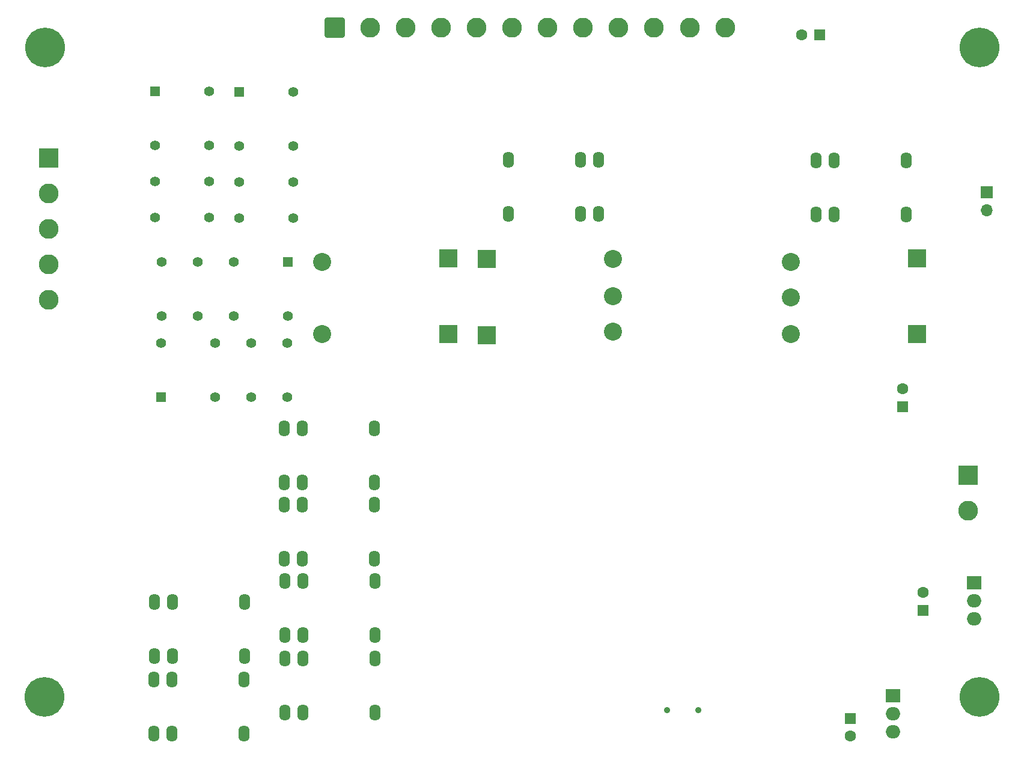
<source format=gbr>
%TF.GenerationSoftware,KiCad,Pcbnew,8.0.8-2.fc41*%
%TF.CreationDate,2025-02-07T10:50:49+08:00*%
%TF.ProjectId,K9AY_switch,4b394159-5f73-4776-9974-63682e6b6963,rev?*%
%TF.SameCoordinates,Original*%
%TF.FileFunction,Soldermask,Bot*%
%TF.FilePolarity,Negative*%
%FSLAX46Y46*%
G04 Gerber Fmt 4.6, Leading zero omitted, Abs format (unit mm)*
G04 Created by KiCad (PCBNEW 8.0.8-2.fc41) date 2025-02-07 10:50:49*
%MOMM*%
%LPD*%
G01*
G04 APERTURE LIST*
G04 Aperture macros list*
%AMRoundRect*
0 Rectangle with rounded corners*
0 $1 Rounding radius*
0 $2 $3 $4 $5 $6 $7 $8 $9 X,Y pos of 4 corners*
0 Add a 4 corners polygon primitive as box body*
4,1,4,$2,$3,$4,$5,$6,$7,$8,$9,$2,$3,0*
0 Add four circle primitives for the rounded corners*
1,1,$1+$1,$2,$3*
1,1,$1+$1,$4,$5*
1,1,$1+$1,$6,$7*
1,1,$1+$1,$8,$9*
0 Add four rect primitives between the rounded corners*
20,1,$1+$1,$2,$3,$4,$5,0*
20,1,$1+$1,$4,$5,$6,$7,0*
20,1,$1+$1,$6,$7,$8,$9,0*
20,1,$1+$1,$8,$9,$2,$3,0*%
G04 Aperture macros list end*
%ADD10C,2.540000*%
%ADD11R,2.540000X2.540000*%
%ADD12R,1.600000X1.600000*%
%ADD13C,1.600000*%
%ADD14R,1.400000X1.400000*%
%ADD15C,1.400000*%
%ADD16C,5.600000*%
%ADD17O,1.600000X2.300000*%
%ADD18R,2.000000X1.905000*%
%ADD19O,2.000000X1.905000*%
%ADD20RoundRect,0.250001X-1.149999X-1.149999X1.149999X-1.149999X1.149999X1.149999X-1.149999X1.149999X0*%
%ADD21C,2.800000*%
%ADD22R,2.800000X2.800000*%
%ADD23R,1.700000X1.700000*%
%ADD24O,1.700000X1.700000*%
%ADD25C,0.900000*%
G04 APERTURE END LIST*
D10*
%TO.C,T1*%
X136992200Y-73213500D03*
X136992200Y-63013500D03*
D11*
X119212200Y-73713500D03*
X119212200Y-63013500D03*
D10*
X136992200Y-68213500D03*
%TD*%
D12*
%TO.C,C10*%
X170408600Y-127736600D03*
D13*
X170408600Y-130236600D03*
%TD*%
D14*
%TO.C,K2*%
X84328000Y-39420800D03*
D15*
X84328000Y-47040800D03*
X84328000Y-52120800D03*
X84328000Y-57200800D03*
X91948000Y-57200800D03*
X91948000Y-52120800D03*
X91948000Y-47040800D03*
X91948000Y-39420800D03*
%TD*%
D16*
%TO.C,*%
X188670600Y-33147000D03*
%TD*%
D17*
%TO.C,K8*%
X103428800Y-119303800D03*
X93268800Y-119303800D03*
X90728800Y-119303800D03*
X90728800Y-126923800D03*
X93268800Y-126923800D03*
X103428800Y-126923800D03*
%TD*%
D14*
%TO.C,K4*%
X73355200Y-82473800D03*
D15*
X80975200Y-82473800D03*
X86055200Y-82473800D03*
X91135200Y-82473800D03*
X91135200Y-74853800D03*
X86055200Y-74853800D03*
X80975200Y-74853800D03*
X73355200Y-74853800D03*
%TD*%
D18*
%TO.C,U5*%
X187853200Y-108585000D03*
D19*
X187853200Y-111125000D03*
X187853200Y-113665000D03*
%TD*%
D20*
%TO.C,J7*%
X97791200Y-30403800D03*
D21*
X102791200Y-30403800D03*
X107791200Y-30403800D03*
X112791200Y-30403800D03*
X117791200Y-30403800D03*
X122791200Y-30403800D03*
X127791200Y-30403800D03*
X132791200Y-30403800D03*
X137791200Y-30403800D03*
X142791200Y-30403800D03*
X147791200Y-30403800D03*
X152791200Y-30403800D03*
%TD*%
D17*
%TO.C,K10*%
X85039200Y-122250200D03*
X74879200Y-122250200D03*
X72339200Y-122250200D03*
X72339200Y-129870200D03*
X74879200Y-129870200D03*
X85039200Y-129870200D03*
%TD*%
%TO.C,K5*%
X103403400Y-86868000D03*
X93243400Y-86868000D03*
X90703400Y-86868000D03*
X90703400Y-94488000D03*
X93243400Y-94488000D03*
X103403400Y-94488000D03*
%TD*%
D22*
%TO.C,J4*%
X187020200Y-93421200D03*
D21*
X187020200Y-98421200D03*
%TD*%
D17*
%TO.C,K9*%
X85064600Y-111302800D03*
X74904600Y-111302800D03*
X72364600Y-111302800D03*
X72364600Y-118922800D03*
X74904600Y-118922800D03*
X85064600Y-118922800D03*
%TD*%
D14*
%TO.C,K3*%
X91160600Y-63398400D03*
D15*
X83540600Y-63398400D03*
X78460600Y-63398400D03*
X73380600Y-63398400D03*
X73380600Y-71018400D03*
X78460600Y-71018400D03*
X83540600Y-71018400D03*
X91160600Y-71018400D03*
%TD*%
D22*
%TO.C,J3*%
X57454800Y-48768000D03*
D21*
X57454800Y-53768000D03*
X57454800Y-58768000D03*
X57454800Y-63768000D03*
X57454800Y-68768000D03*
%TD*%
D10*
%TO.C,BN73-202*%
X96037400Y-63383800D03*
X96037400Y-73583800D03*
D11*
X113817400Y-62883800D03*
X113817400Y-73583800D03*
%TD*%
D23*
%TO.C,J6*%
X189686800Y-53588600D03*
D24*
X189686800Y-56128600D03*
%TD*%
D25*
%TO.C,J5*%
X144612000Y-126533800D03*
X149012000Y-126533800D03*
%TD*%
D17*
%TO.C,K11*%
X122275600Y-56591200D03*
X132435600Y-56591200D03*
X134975600Y-56591200D03*
X134975600Y-48971200D03*
X132435600Y-48971200D03*
X122275600Y-48971200D03*
%TD*%
%TO.C,K6*%
X103378000Y-97612200D03*
X93218000Y-97612200D03*
X90678000Y-97612200D03*
X90678000Y-105232200D03*
X93218000Y-105232200D03*
X103378000Y-105232200D03*
%TD*%
D18*
%TO.C,U6*%
X176448600Y-124561600D03*
D19*
X176448600Y-127101600D03*
X176448600Y-129641600D03*
%TD*%
D16*
%TO.C,*%
X188645200Y-124672400D03*
%TD*%
D17*
%TO.C,K12*%
X178282600Y-49098200D03*
X168122600Y-49098200D03*
X165582600Y-49098200D03*
X165582600Y-56718200D03*
X168122600Y-56718200D03*
X178282600Y-56718200D03*
%TD*%
D12*
%TO.C,C4*%
X166101913Y-31369000D03*
D13*
X163601913Y-31369000D03*
%TD*%
D16*
%TO.C,REF\u002A\u002A*%
X56946800Y-33147000D03*
%TD*%
D12*
%TO.C,C1*%
X177774600Y-83769200D03*
D13*
X177774600Y-81269200D03*
%TD*%
D12*
%TO.C,C7*%
X180670200Y-112471200D03*
D13*
X180670200Y-109971200D03*
%TD*%
D16*
%TO.C,*%
X56870600Y-124672400D03*
%TD*%
D14*
%TO.C,K1*%
X72491600Y-39344600D03*
D15*
X72491600Y-46964600D03*
X72491600Y-52044600D03*
X72491600Y-57124600D03*
X80111600Y-57124600D03*
X80111600Y-52044600D03*
X80111600Y-46964600D03*
X80111600Y-39344600D03*
%TD*%
D10*
%TO.C,T2*%
X162067400Y-63362300D03*
X162067400Y-73562300D03*
D11*
X179847400Y-62862300D03*
X179847400Y-73562300D03*
D10*
X162067400Y-68362300D03*
%TD*%
D17*
%TO.C,K7*%
X103428800Y-108381800D03*
X93268800Y-108381800D03*
X90728800Y-108381800D03*
X90728800Y-116001800D03*
X93268800Y-116001800D03*
X103428800Y-116001800D03*
%TD*%
M02*

</source>
